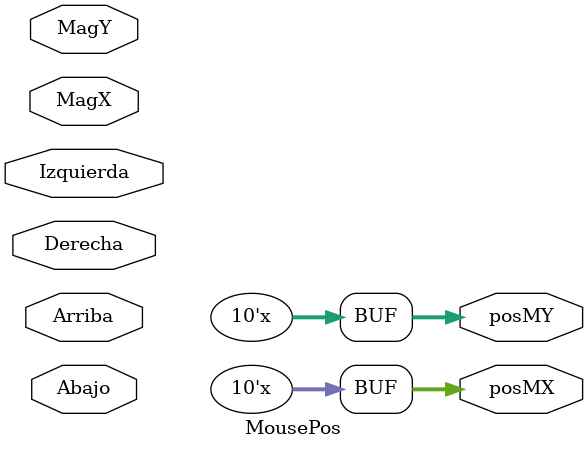
<source format=v>
`timescale 1ns / 1ps
module MousePos(
    input [7:0] MagX,
    input [7:0] MagY,
    input Arriba,
    input Abajo,
    input Izquierda,
    input Derecha,
    output reg [9:0] posMX,
    output reg [9:0] posMY
    );

initial begin
	posMX = 10'b0000000000;
	posMY = 10'b0000000000;
end

always @* begin
	if(Izquierda & (posMX >= 0))
		posMX = posMX - MagX;
	else if(Derecha & (posMX < 640))
		posMX = posMX + MagX;
	if(Arriba & (posMY >= 0))
		posMY = posMY - MagY;
	else if(Abajo & (posMY < 480))
		posMY = posMY + MagY;
end

endmodule

</source>
